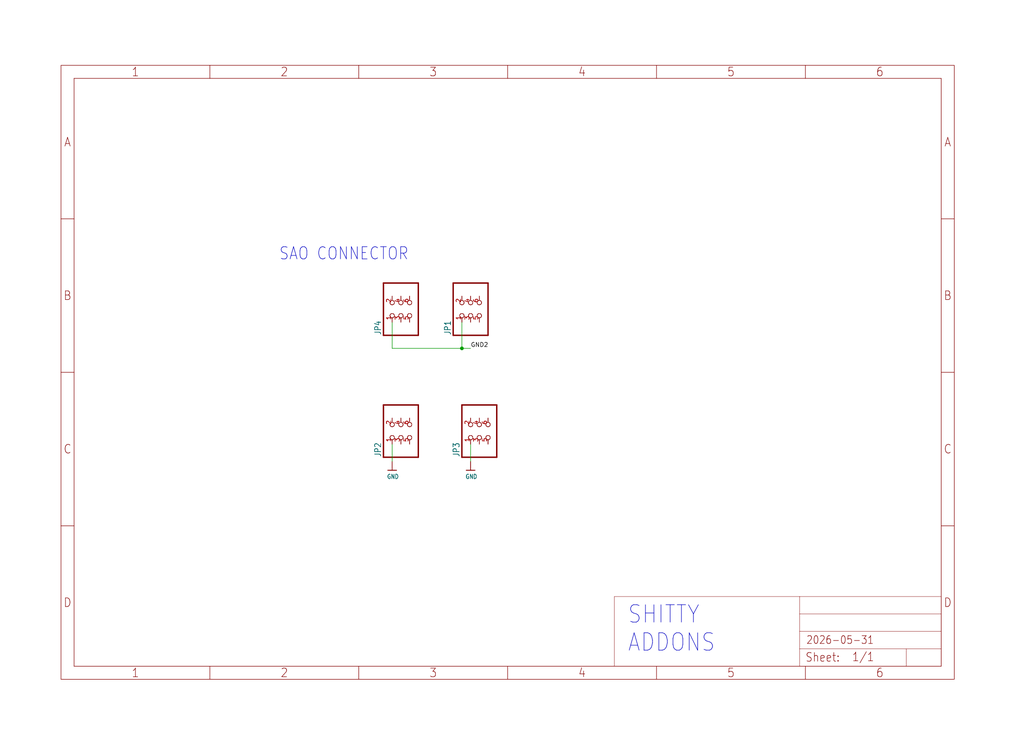
<source format=kicad_sch>
(kicad_sch (version 20231120) (generator "eeschema") (generator_version "8.0")
  (paper "User" 298.45 217.322)
  (lib_symbols
    (symbol "sponsor_v1.0-eagle-import:A4L-LOC"
      (symbol "A4L-LOC_1_0"
        (polyline (pts (xy 0 44.7675) (xy 3.81 44.7675)))
        (polyline (pts (xy 0 89.535) (xy 3.81 89.535)))
        (polyline (pts (xy 0 134.3025) (xy 3.81 134.3025)))
        (polyline (pts (xy 3.81 3.81) (xy 3.81 175.26)))
        (polyline (pts (xy 43.3917 0) (xy 43.3917 3.81)))
        (polyline (pts (xy 43.3917 175.26) (xy 43.3917 179.07)))
        (polyline (pts (xy 86.7833 0) (xy 86.7833 3.81)))
        (polyline (pts (xy 86.7833 175.26) (xy 86.7833 179.07)))
        (polyline (pts (xy 130.175 0) (xy 130.175 3.81)))
        (polyline (pts (xy 130.175 175.26) (xy 130.175 179.07)))
        (polyline (pts (xy 161.29 3.81) (xy 161.29 24.13)) (stroke (width 0.1016)))
        (polyline (pts (xy 161.29 24.13) (xy 215.265 24.13)) (stroke (width 0.1016)))
        (polyline (pts (xy 173.5667 0) (xy 173.5667 3.81)))
        (polyline (pts (xy 173.5667 175.26) (xy 173.5667 179.07)))
        (polyline (pts (xy 215.265 8.89) (xy 215.265 3.81)) (stroke (width 0.1016)))
        (polyline (pts (xy 215.265 8.89) (xy 215.265 13.97)) (stroke (width 0.1016)))
        (polyline (pts (xy 215.265 13.97) (xy 215.265 19.05)) (stroke (width 0.1016)))
        (polyline (pts (xy 215.265 13.97) (xy 256.54 13.97)) (stroke (width 0.1016)))
        (polyline (pts (xy 215.265 19.05) (xy 215.265 24.13)) (stroke (width 0.1016)))
        (polyline (pts (xy 215.265 19.05) (xy 256.54 19.05)) (stroke (width 0.1016)))
        (polyline (pts (xy 215.265 24.13) (xy 256.54 24.13)) (stroke (width 0.1016)))
        (polyline (pts (xy 216.9583 0) (xy 216.9583 3.81)))
        (polyline (pts (xy 216.9583 175.26) (xy 216.9583 179.07)))
        (polyline (pts (xy 246.38 3.81) (xy 246.38 8.89)) (stroke (width 0.1016)))
        (polyline (pts (xy 246.38 8.89) (xy 215.265 8.89)) (stroke (width 0.1016)))
        (polyline (pts (xy 246.38 8.89) (xy 256.54 8.89)) (stroke (width 0.1016)))
        (polyline (pts (xy 256.54 3.81) (xy 3.81 3.81)))
        (polyline (pts (xy 256.54 3.81) (xy 256.54 8.89)) (stroke (width 0.1016)))
        (polyline (pts (xy 256.54 3.81) (xy 256.54 175.26)))
        (polyline (pts (xy 256.54 8.89) (xy 256.54 13.97)) (stroke (width 0.1016)))
        (polyline (pts (xy 256.54 13.97) (xy 256.54 19.05)) (stroke (width 0.1016)))
        (polyline (pts (xy 256.54 19.05) (xy 256.54 24.13)) (stroke (width 0.1016)))
        (polyline (pts (xy 256.54 44.7675) (xy 260.35 44.7675)))
        (polyline (pts (xy 256.54 89.535) (xy 260.35 89.535)))
        (polyline (pts (xy 256.54 134.3025) (xy 260.35 134.3025)))
        (polyline (pts (xy 256.54 175.26) (xy 3.81 175.26)))
        (polyline (pts (xy 0 0) (xy 260.35 0) (xy 260.35 179.07) (xy 0 179.07) (xy 0 0)))
        (text "${#}/${##}" (at 230.505 5.08 0) (effects (font (size 2.54 2.159)) (justify left bottom)))
        (text "${CURRENT_DATE}" (at 217.17 10.16 0) (effects (font (size 2.286 1.9431)) (justify left bottom)))
        (text "${PROJECTNAME}" (at 217.17 15.24 0) (effects (font (size 2.54 2.159)) (justify left bottom)))
        (text "1" (at 21.6958 1.905 0) (effects (font (size 2.54 2.286))))
        (text "1" (at 21.6958 177.165 0) (effects (font (size 2.54 2.286))))
        (text "2" (at 65.0875 1.905 0) (effects (font (size 2.54 2.286))))
        (text "2" (at 65.0875 177.165 0) (effects (font (size 2.54 2.286))))
        (text "3" (at 108.4792 1.905 0) (effects (font (size 2.54 2.286))))
        (text "3" (at 108.4792 177.165 0) (effects (font (size 2.54 2.286))))
        (text "4" (at 151.8708 1.905 0) (effects (font (size 2.54 2.286))))
        (text "4" (at 151.8708 177.165 0) (effects (font (size 2.54 2.286))))
        (text "5" (at 195.2625 1.905 0) (effects (font (size 2.54 2.286))))
        (text "5" (at 195.2625 177.165 0) (effects (font (size 2.54 2.286))))
        (text "6" (at 238.6542 1.905 0) (effects (font (size 2.54 2.286))))
        (text "6" (at 238.6542 177.165 0) (effects (font (size 2.54 2.286))))
        (text "A" (at 1.905 156.6863 0) (effects (font (size 2.54 2.286))))
        (text "A" (at 258.445 156.6863 0) (effects (font (size 2.54 2.286))))
        (text "B" (at 1.905 111.9188 0) (effects (font (size 2.54 2.286))))
        (text "B" (at 258.445 111.9188 0) (effects (font (size 2.54 2.286))))
        (text "C" (at 1.905 67.1513 0) (effects (font (size 2.54 2.286))))
        (text "C" (at 258.445 67.1513 0) (effects (font (size 2.54 2.286))))
        (text "D" (at 1.905 22.3838 0) (effects (font (size 2.54 2.286))))
        (text "D" (at 258.445 22.3838 0) (effects (font (size 2.54 2.286))))
        (text "Sheet:" (at 216.916 4.953 0) (effects (font (size 2.54 2.159)) (justify left bottom)))
      )
    )
    (symbol "sponsor_v1.0-eagle-import:GND" (power)
      (symbol "GND_1_0"
        (polyline (pts (xy -1.27 0) (xy 1.27 0)) (stroke (width 0.254)))
        (pin power_in line (at 0 2.54 270) (length 2.54) (name "GND") (number "1"))
      )
    )
    (symbol "sponsor_v1.0-eagle-import:PINHD-2X3"
      (property "Reference" "JP" (at -6.35 5.715 0))
      (symbol "PINHD-2X3_1_0"
        (polyline (pts (xy -6.35 -5.08) (xy 8.89 -5.08)) (stroke (width 0.4064)))
        (polyline (pts (xy -6.35 5.08) (xy -6.35 -5.08)) (stroke (width 0.4064)))
        (polyline (pts (xy 8.89 -5.08) (xy 8.89 5.08)) (stroke (width 0.4064)))
        (polyline (pts (xy 8.89 5.08) (xy -6.35 5.08)) (stroke (width 0.4064)))
        (pin passive inverted (at -2.54 2.54 0) (length 2.54) (name "1") (number "1"))
        (pin passive inverted (at 5.08 2.54 180) (length 2.54) (name "2") (number "2"))
        (pin passive inverted (at -2.54 0 0) (length 2.54) (name "3") (number "3"))
        (pin passive inverted (at 5.08 0 180) (length 2.54) (name "4") (number "4"))
        (pin passive inverted (at -2.54 -2.54 0) (length 2.54) (name "5") (number "5"))
        (pin passive inverted (at 5.08 -2.54 180) (length 2.54) (name "6") (number "6"))
      )
    )
  )
  (junction (at 134.62 101.6))
  (wire (pts (xy 114.3 101.6) (xy 134.62 101.6)) (stroke (width 0.1524)))
  (wire (pts (xy 114.3 93.98) (xy 114.3 101.6)) (stroke (width 0.1524)))
  (wire (pts (xy 134.62 101.6) (xy 134.62 93.98)) (stroke (width 0.1524)))
  (wire (pts (xy 134.62 101.6) (xy 137.16 101.6)) (stroke (width 0.1524)))
  (wire (pts (xy 114.3 129.54) (xy 114.3 134.62)) (stroke (width 0.1524)))
  (wire (pts (xy 137.16 129.54) (xy 137.16 134.62)) (stroke (width 0.1524)))
  (text "SHITTY\nADDONS" (at 182.88 190.5 0) (effects (font (size 5.08 4.318)) (justify left bottom)))
  (text "SAO CONNECTOR" (at 81.28 76.2 0) (effects (font (size 3.556 3.0226)) (justify left bottom)))
  (label "GND2" (at 137.16 101.6 0) (effects (font (size 1.2446 1.2446))))
  (symbol (lib_id "sponsor_v1.0-eagle-import:PINHD-2X3") (at 116.84 127 90) (unit 1)
    (property "Reference" "JP2" (at 111.125 133.35 0) (effects (font (size 1.778 1.5113)) (justify left bottom)))
    (property "Value" "PINHD-2X3" (effects (hide yes)))
    (property "Footprint" "sponsor_v1.0:2X03" (effects (hide yes)))
  )
  (symbol (lib_id "sponsor_v1.0-eagle-import:PINHD-2X3") (at 139.7 127 90) (unit 1)
    (property "Reference" "JP3" (at 133.985 133.35 0) (effects (font (size 1.778 1.5113)) (justify left bottom)))
    (property "Value" "PINHD-2X3" (effects (hide yes)))
    (property "Footprint" "sponsor_v1.0:2X03" (effects (hide yes)))
  )
  (symbol (lib_id "sponsor_v1.0-eagle-import:GND") (at 137.16 137.16 0) (unit 1)
    (property "Reference" "#U$3" (effects (hide yes)))
    (property "Value" "GND" (at 135.636 139.7 0) (effects (font (size 1.27 1.0795)) (justify left bottom)))
  )
  (symbol (lib_id "sponsor_v1.0-eagle-import:PINHD-2X3") (at 137.16 91.44 90) (unit 1)
    (property "Reference" "JP1" (at 131.445 97.79 0) (effects (font (size 1.778 1.5113)) (justify left bottom)))
    (property "Value" "PINHD-2X3" (effects (hide yes)))
    (property "Footprint" "sponsor_v1.0:2X03" (effects (hide yes)))
  )
  (symbol (lib_id "sponsor_v1.0-eagle-import:PINHD-2X3") (at 116.84 91.44 90) (unit 1)
    (property "Reference" "JP4" (at 111.125 97.79 0) (effects (font (size 1.778 1.5113)) (justify left bottom)))
    (property "Value" "PINHD-2X3" (effects (hide yes)))
    (property "Footprint" "sponsor_v1.0:2X03" (effects (hide yes)))
  )
  (symbol (lib_id "sponsor_v1.0-eagle-import:GND") (at 114.3 137.16 0) (unit 1)
    (property "Reference" "#U$2" (effects (hide yes)))
    (property "Value" "GND" (at 112.776 139.7 0) (effects (font (size 1.27 1.0795)) (justify left bottom)))
  )
  (symbol (lib_id "sponsor_v1.0-eagle-import:A4L-LOC") (at 17.78 198.12 0) (unit 1)
    (property "Reference" "#FRAME8" (effects (hide yes)))
    (property "Value" "MCU" (effects (hide yes)))
  )
)
</source>
